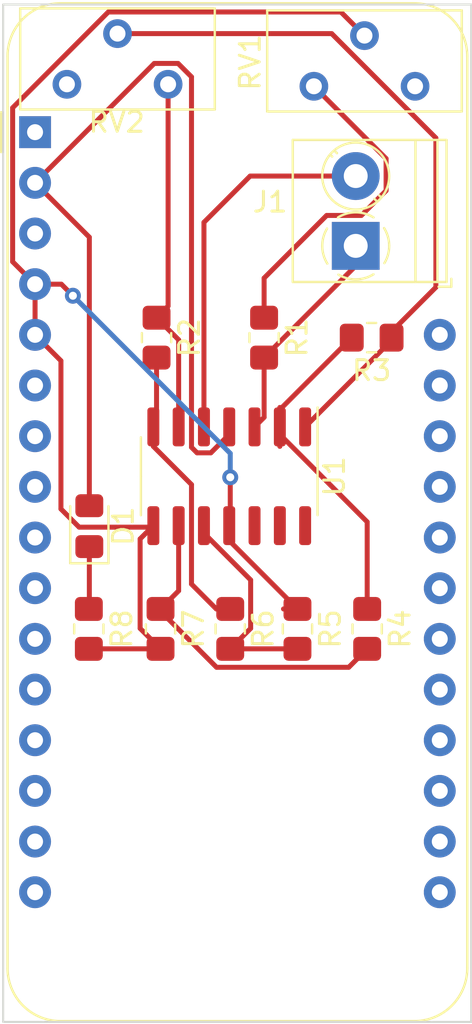
<source format=kicad_pcb>
(kicad_pcb (version 20171130) (host pcbnew 5.1.7-a382d34a8~88~ubuntu18.04.1)

  (general
    (thickness 1.6)
    (drawings 4)
    (tracks 90)
    (zones 0)
    (modules 14)
    (nets 40)
  )

  (page A4)
  (layers
    (0 F.Cu signal)
    (31 B.Cu signal)
    (32 B.Adhes user)
    (33 F.Adhes user)
    (34 B.Paste user)
    (35 F.Paste user)
    (36 B.SilkS user)
    (37 F.SilkS user)
    (38 B.Mask user)
    (39 F.Mask user)
    (40 Dwgs.User user)
    (41 Cmts.User user)
    (42 Eco1.User user)
    (43 Eco2.User user)
    (44 Edge.Cuts user)
    (45 Margin user)
    (46 B.CrtYd user)
    (47 F.CrtYd user)
    (48 B.Fab user hide)
    (49 F.Fab user hide)
  )

  (setup
    (last_trace_width 0.25)
    (trace_clearance 0.2)
    (zone_clearance 0.508)
    (zone_45_only no)
    (trace_min 0.2)
    (via_size 0.8)
    (via_drill 0.4)
    (via_min_size 0.4)
    (via_min_drill 0.3)
    (uvia_size 0.3)
    (uvia_drill 0.1)
    (uvias_allowed no)
    (uvia_min_size 0.2)
    (uvia_min_drill 0.1)
    (edge_width 0.05)
    (segment_width 0.2)
    (pcb_text_width 0.3)
    (pcb_text_size 1.5 1.5)
    (mod_edge_width 0.12)
    (mod_text_size 1 1)
    (mod_text_width 0.15)
    (pad_size 1.524 1.524)
    (pad_drill 0.762)
    (pad_to_mask_clearance 0)
    (aux_axis_origin 0 0)
    (visible_elements FFFFFF7F)
    (pcbplotparams
      (layerselection 0x010fc_ffffffff)
      (usegerberextensions true)
      (usegerberattributes true)
      (usegerberadvancedattributes true)
      (creategerberjobfile true)
      (excludeedgelayer true)
      (linewidth 0.100000)
      (plotframeref false)
      (viasonmask false)
      (mode 1)
      (useauxorigin false)
      (hpglpennumber 1)
      (hpglpenspeed 20)
      (hpglpendiameter 15.000000)
      (psnegative false)
      (psa4output false)
      (plotreference true)
      (plotvalue true)
      (plotinvisibletext false)
      (padsonsilk false)
      (subtractmaskfromsilk false)
      (outputformat 1)
      (mirror false)
      (drillshape 0)
      (scaleselection 1)
      (outputdirectory "gerber/"))
  )

  (net 0 "")
  (net 1 "Net-(A1-Pad17)")
  (net 2 "Net-(A1-Pad18)")
  (net 3 "Net-(A1-Pad19)")
  (net 4 "Net-(A1-Pad20)")
  (net 5 "Net-(A1-Pad21)")
  (net 6 "Net-(A1-Pad22)")
  (net 7 "Net-(A1-Pad23)")
  (net 8 "Net-(A1-Pad24)")
  (net 9 "Net-(A1-Pad25)")
  (net 10 "Net-(A1-Pad26)")
  (net 11 "Net-(A1-Pad27)")
  (net 12 "Net-(A1-Pad28)")
  (net 13 "Net-(A1-Pad1)")
  (net 14 Vfeather)
  (net 15 "Net-(A1-Pad3)")
  (net 16 "Net-(A1-Pad7)")
  (net 17 "Net-(A1-Pad8)")
  (net 18 "Net-(A1-Pad9)")
  (net 19 "Net-(A1-Pad10)")
  (net 20 "Net-(A1-Pad11)")
  (net 21 "Net-(A1-Pad12)")
  (net 22 "Net-(A1-Pad13)")
  (net 23 "Net-(A1-Pad14)")
  (net 24 "Net-(A1-Pad15)")
  (net 25 "Net-(A1-Pad16)")
  (net 26 "Net-(J1-Pad2)")
  (net 27 "Net-(J1-Pad1)")
  (net 28 "Net-(R1-Pad1)")
  (net 29 "Net-(R2-Pad2)")
  (net 30 "Net-(R2-Pad1)")
  (net 31 "Net-(R3-Pad2)")
  (net 32 "Net-(R3-Pad1)")
  (net 33 "Net-(R4-Pad2)")
  (net 34 "Net-(R5-Pad2)")
  (net 35 "Net-(RV1-Pad3)")
  (net 36 "Net-(RV2-Pad1)")
  (net 37 "Net-(A1-Pad6)")
  (net 38 AnalogIn)
  (net 39 "Net-(D1-Pad1)")

  (net_class Default "This is the default net class."
    (clearance 0.2)
    (trace_width 0.25)
    (via_dia 0.8)
    (via_drill 0.4)
    (uvia_dia 0.3)
    (uvia_drill 0.1)
    (add_net AnalogIn)
    (add_net "Net-(A1-Pad1)")
    (add_net "Net-(A1-Pad10)")
    (add_net "Net-(A1-Pad11)")
    (add_net "Net-(A1-Pad12)")
    (add_net "Net-(A1-Pad13)")
    (add_net "Net-(A1-Pad14)")
    (add_net "Net-(A1-Pad15)")
    (add_net "Net-(A1-Pad16)")
    (add_net "Net-(A1-Pad17)")
    (add_net "Net-(A1-Pad18)")
    (add_net "Net-(A1-Pad19)")
    (add_net "Net-(A1-Pad20)")
    (add_net "Net-(A1-Pad21)")
    (add_net "Net-(A1-Pad22)")
    (add_net "Net-(A1-Pad23)")
    (add_net "Net-(A1-Pad24)")
    (add_net "Net-(A1-Pad25)")
    (add_net "Net-(A1-Pad26)")
    (add_net "Net-(A1-Pad27)")
    (add_net "Net-(A1-Pad28)")
    (add_net "Net-(A1-Pad3)")
    (add_net "Net-(A1-Pad6)")
    (add_net "Net-(A1-Pad7)")
    (add_net "Net-(A1-Pad8)")
    (add_net "Net-(A1-Pad9)")
    (add_net "Net-(D1-Pad1)")
    (add_net "Net-(J1-Pad1)")
    (add_net "Net-(J1-Pad2)")
    (add_net "Net-(R1-Pad1)")
    (add_net "Net-(R2-Pad1)")
    (add_net "Net-(R2-Pad2)")
    (add_net "Net-(R3-Pad1)")
    (add_net "Net-(R3-Pad2)")
    (add_net "Net-(R4-Pad2)")
    (add_net "Net-(R5-Pad2)")
    (add_net "Net-(RV1-Pad3)")
    (add_net "Net-(RV2-Pad1)")
    (add_net Vfeather)
  )

  (module Module:Adafruit_Feather (layer F.Cu) (tedit 5F71FFF3) (tstamp 5FCFD1C8)
    (at 69.6 58.9)
    (descr "Common footprint for the Adafruit Feather series of boards, https://learn.adafruit.com/adafruit-feather/feather-specification")
    (tags "Adafruit Feather")
    (path /5FCCECAA)
    (fp_text reference A1 (at 10.16 -7.62) (layer F.SilkS) hide
      (effects (font (size 1 1) (thickness 0.15)))
    )
    (fp_text value Adafruit_Feather_HUZZAH32_ESP32 (at 10.16 45.72 180) (layer F.Fab)
      (effects (font (size 1 1) (thickness 0.15)))
    )
    (fp_line (start 19.05 -6.6) (end 1.27 -6.6) (layer F.CrtYd) (width 0.05))
    (fp_line (start 21.59 41.91) (end 21.59 -3.81) (layer F.Fab) (width 0.1))
    (fp_line (start 1.27 44.45) (end 19.05 44.45) (layer F.Fab) (width 0.1))
    (fp_line (start -1.27 -3.81) (end -1.27 41.91) (layer F.Fab) (width 0.1))
    (fp_line (start 19.05 -6.35) (end 1.27 -6.35) (layer F.Fab) (width 0.1))
    (fp_line (start -1.38 -3.81) (end -1.38 41.91) (layer F.SilkS) (width 0.12))
    (fp_line (start 21.7 -3.81) (end 21.7 41.91) (layer F.SilkS) (width 0.12))
    (fp_line (start 19.05 44.56) (end 1.27 44.56) (layer F.SilkS) (width 0.12))
    (fp_line (start 19.05 -6.46) (end 1.27 -6.46) (layer F.SilkS) (width 0.12))
    (fp_line (start -1.52 41.91) (end -1.52 -3.81) (layer F.CrtYd) (width 0.05))
    (fp_line (start 19.05 44.7) (end 1.27 44.7) (layer F.CrtYd) (width 0.05))
    (fp_line (start 21.84 41.91) (end 21.84 -3.81) (layer F.CrtYd) (width 0.05))
    (fp_line (start -1.7 1) (end -1.7 -1) (layer F.SilkS) (width 0.12))
    (fp_line (start -1.27 -0.889) (end -0.381 0) (layer F.Fab) (width 0.1))
    (fp_line (start -0.381 0) (end -1.27 0.889) (layer F.Fab) (width 0.1))
    (fp_text user %R (at 10.16 19.05 180) (layer F.Fab)
      (effects (font (size 1 1) (thickness 0.15)))
    )
    (fp_arc (start 19.05 41.91) (end 19.05 44.7) (angle -90) (layer F.CrtYd) (width 0.05))
    (fp_arc (start 1.27 41.91) (end -1.52 41.91) (angle -90) (layer F.CrtYd) (width 0.05))
    (fp_arc (start 19.05 -3.81) (end 21.7 -3.81) (angle -90) (layer F.SilkS) (width 0.12))
    (fp_arc (start 1.27 -3.81) (end 1.27 -6.46) (angle -90) (layer F.SilkS) (width 0.12))
    (fp_arc (start 19.05 41.91) (end 19.05 44.56) (angle -90) (layer F.SilkS) (width 0.12))
    (fp_arc (start 1.27 41.91) (end -1.38 41.91) (angle -90) (layer F.SilkS) (width 0.12))
    (fp_arc (start 19.05 -3.81) (end 19.05 -6.35) (angle 90) (layer F.Fab) (width 0.1))
    (fp_arc (start 1.27 -3.81) (end -1.27 -3.81) (angle 90) (layer F.Fab) (width 0.1))
    (fp_arc (start 1.27 41.91) (end -1.27 41.91) (angle -88.9) (layer F.Fab) (width 0.1))
    (fp_arc (start 19.05 41.91) (end 21.59 41.91) (angle 90) (layer F.Fab) (width 0.1))
    (fp_arc (start 1.27 -3.81) (end 1.27 -6.6) (angle -90) (layer F.CrtYd) (width 0.05))
    (fp_arc (start 19.05 -3.81) (end 21.84 -3.81) (angle -90) (layer F.CrtYd) (width 0.05))
    (pad 17 thru_hole circle (at 20.32 38.1 180) (size 1.6 1.6) (drill 0.8) (layers *.Cu *.Mask)
      (net 1 "Net-(A1-Pad17)"))
    (pad 18 thru_hole circle (at 20.32 35.56 180) (size 1.6 1.6) (drill 0.8) (layers *.Cu *.Mask)
      (net 2 "Net-(A1-Pad18)"))
    (pad 19 thru_hole circle (at 20.32 33.02 180) (size 1.6 1.6) (drill 0.8) (layers *.Cu *.Mask)
      (net 3 "Net-(A1-Pad19)"))
    (pad 20 thru_hole circle (at 20.32 30.48 180) (size 1.6 1.6) (drill 0.8) (layers *.Cu *.Mask)
      (net 4 "Net-(A1-Pad20)"))
    (pad 21 thru_hole circle (at 20.32 27.94 180) (size 1.6 1.6) (drill 0.8) (layers *.Cu *.Mask)
      (net 5 "Net-(A1-Pad21)"))
    (pad 22 thru_hole circle (at 20.32 25.4 180) (size 1.6 1.6) (drill 0.8) (layers *.Cu *.Mask)
      (net 6 "Net-(A1-Pad22)"))
    (pad 23 thru_hole circle (at 20.32 22.86 180) (size 1.6 1.6) (drill 0.8) (layers *.Cu *.Mask)
      (net 7 "Net-(A1-Pad23)"))
    (pad 24 thru_hole circle (at 20.32 20.32 180) (size 1.6 1.6) (drill 0.8) (layers *.Cu *.Mask)
      (net 8 "Net-(A1-Pad24)"))
    (pad 25 thru_hole circle (at 20.32 17.78 180) (size 1.6 1.6) (drill 0.8) (layers *.Cu *.Mask)
      (net 9 "Net-(A1-Pad25)"))
    (pad 26 thru_hole circle (at 20.32 15.24 180) (size 1.6 1.6) (drill 0.8) (layers *.Cu *.Mask)
      (net 10 "Net-(A1-Pad26)"))
    (pad 27 thru_hole circle (at 20.32 12.7 180) (size 1.6 1.6) (drill 0.8) (layers *.Cu *.Mask)
      (net 11 "Net-(A1-Pad27)"))
    (pad 28 thru_hole circle (at 20.32 10.16 180) (size 1.6 1.6) (drill 0.8) (layers *.Cu *.Mask)
      (net 12 "Net-(A1-Pad28)"))
    (pad 1 thru_hole rect (at 0 0 180) (size 1.6 1.6) (drill 0.8) (layers *.Cu *.Mask)
      (net 13 "Net-(A1-Pad1)"))
    (pad 2 thru_hole circle (at 0 2.54 180) (size 1.6 1.6) (drill 0.8) (layers *.Cu *.Mask)
      (net 14 Vfeather))
    (pad 3 thru_hole circle (at 0 5.08 180) (size 1.6 1.6) (drill 0.8) (layers *.Cu *.Mask)
      (net 15 "Net-(A1-Pad3)"))
    (pad 4 thru_hole circle (at 0 7.62 180) (size 1.6 1.6) (drill 0.8) (layers *.Cu *.Mask)
      (net 38 AnalogIn))
    (pad 5 thru_hole circle (at 0 10.16 180) (size 1.6 1.6) (drill 0.8) (layers *.Cu *.Mask)
      (net 38 AnalogIn))
    (pad 6 thru_hole circle (at 0 12.7 180) (size 1.6 1.6) (drill 0.8) (layers *.Cu *.Mask)
      (net 37 "Net-(A1-Pad6)"))
    (pad 7 thru_hole circle (at 0 15.24 180) (size 1.6 1.6) (drill 0.8) (layers *.Cu *.Mask)
      (net 16 "Net-(A1-Pad7)"))
    (pad 8 thru_hole circle (at 0 17.78 180) (size 1.6 1.6) (drill 0.8) (layers *.Cu *.Mask)
      (net 17 "Net-(A1-Pad8)"))
    (pad 9 thru_hole circle (at 0 20.32 180) (size 1.6 1.6) (drill 0.8) (layers *.Cu *.Mask)
      (net 18 "Net-(A1-Pad9)"))
    (pad 10 thru_hole circle (at 0 22.86 180) (size 1.6 1.6) (drill 0.8) (layers *.Cu *.Mask)
      (net 19 "Net-(A1-Pad10)"))
    (pad 11 thru_hole circle (at 0 25.4 180) (size 1.6 1.6) (drill 0.8) (layers *.Cu *.Mask)
      (net 20 "Net-(A1-Pad11)"))
    (pad 12 thru_hole circle (at 0 27.94 180) (size 1.6 1.6) (drill 0.8) (layers *.Cu *.Mask)
      (net 21 "Net-(A1-Pad12)"))
    (pad 13 thru_hole circle (at 0 30.48 180) (size 1.6 1.6) (drill 0.8) (layers *.Cu *.Mask)
      (net 22 "Net-(A1-Pad13)"))
    (pad 14 thru_hole circle (at 0 33.02 180) (size 1.6 1.6) (drill 0.8) (layers *.Cu *.Mask)
      (net 23 "Net-(A1-Pad14)"))
    (pad 15 thru_hole circle (at 0 35.56 180) (size 1.6 1.6) (drill 0.8) (layers *.Cu *.Mask)
      (net 24 "Net-(A1-Pad15)"))
    (pad 16 thru_hole circle (at 0 38.1 180) (size 1.6 1.6) (drill 0.8) (layers *.Cu *.Mask)
      (net 25 "Net-(A1-Pad16)"))
    (model ${KISYS3DMOD}/Module.3dshapes/Adafruit_Feather.wrl
      (at (xyz 0 0 0))
      (scale (xyz 1 1 1))
      (rotate (xyz 0 0 0))
    )
  )

  (module Resistor_SMD:R_0805_2012Metric_Pad1.20x1.40mm_HandSolder (layer F.Cu) (tedit 5F68FEEE) (tstamp 5FCFA4A1)
    (at 72.3 83.8 90)
    (descr "Resistor SMD 0805 (2012 Metric), square (rectangular) end terminal, IPC_7351 nominal with elongated pad for handsoldering. (Body size source: IPC-SM-782 page 72, https://www.pcb-3d.com/wordpress/wp-content/uploads/ipc-sm-782a_amendment_1_and_2.pdf), generated with kicad-footprint-generator")
    (tags "resistor handsolder")
    (path /5FD1634A)
    (attr smd)
    (fp_text reference R8 (at 0 1.655 90) (layer F.SilkS)
      (effects (font (size 1 1) (thickness 0.15)))
    )
    (fp_text value 1k (at 0 1.65 90) (layer F.Fab)
      (effects (font (size 1 1) (thickness 0.15)))
    )
    (fp_line (start -1 0.625) (end -1 -0.625) (layer F.Fab) (width 0.1))
    (fp_line (start -1 -0.625) (end 1 -0.625) (layer F.Fab) (width 0.1))
    (fp_line (start 1 -0.625) (end 1 0.625) (layer F.Fab) (width 0.1))
    (fp_line (start 1 0.625) (end -1 0.625) (layer F.Fab) (width 0.1))
    (fp_line (start -0.227064 -0.735) (end 0.227064 -0.735) (layer F.SilkS) (width 0.12))
    (fp_line (start -0.227064 0.735) (end 0.227064 0.735) (layer F.SilkS) (width 0.12))
    (fp_line (start -1.85 0.95) (end -1.85 -0.95) (layer F.CrtYd) (width 0.05))
    (fp_line (start -1.85 -0.95) (end 1.85 -0.95) (layer F.CrtYd) (width 0.05))
    (fp_line (start 1.85 -0.95) (end 1.85 0.95) (layer F.CrtYd) (width 0.05))
    (fp_line (start 1.85 0.95) (end -1.85 0.95) (layer F.CrtYd) (width 0.05))
    (fp_text user %R (at 0 0 90) (layer F.Fab)
      (effects (font (size 0.5 0.5) (thickness 0.08)))
    )
    (pad 2 smd roundrect (at 1 0 90) (size 1.2 1.4) (layers F.Cu F.Paste F.Mask) (roundrect_rratio 0.2083325)
      (net 39 "Net-(D1-Pad1)"))
    (pad 1 smd roundrect (at -1 0 90) (size 1.2 1.4) (layers F.Cu F.Paste F.Mask) (roundrect_rratio 0.2083325)
      (net 38 AnalogIn))
    (model ${KISYS3DMOD}/Resistor_SMD.3dshapes/R_0805_2012Metric.wrl
      (at (xyz 0 0 0))
      (scale (xyz 1 1 1))
      (rotate (xyz 0 0 0))
    )
  )

  (module LED_SMD:LED_0805_2012Metric_Pad1.15x1.40mm_HandSolder (layer F.Cu) (tedit 5F68FEF1) (tstamp 5FCFA334)
    (at 72.325 78.65 90)
    (descr "LED SMD 0805 (2012 Metric), square (rectangular) end terminal, IPC_7351 nominal, (Body size source: https://docs.google.com/spreadsheets/d/1BsfQQcO9C6DZCsRaXUlFlo91Tg2WpOkGARC1WS5S8t0/edit?usp=sharing), generated with kicad-footprint-generator")
    (tags "LED handsolder")
    (path /5FD1F003)
    (attr smd)
    (fp_text reference D1 (at 0 1.7 90) (layer F.SilkS)
      (effects (font (size 1 1) (thickness 0.15)))
    )
    (fp_text value LED (at 0 1.65 90) (layer F.Fab)
      (effects (font (size 1 1) (thickness 0.15)))
    )
    (fp_line (start 1 -0.6) (end -0.7 -0.6) (layer F.Fab) (width 0.1))
    (fp_line (start -0.7 -0.6) (end -1 -0.3) (layer F.Fab) (width 0.1))
    (fp_line (start -1 -0.3) (end -1 0.6) (layer F.Fab) (width 0.1))
    (fp_line (start -1 0.6) (end 1 0.6) (layer F.Fab) (width 0.1))
    (fp_line (start 1 0.6) (end 1 -0.6) (layer F.Fab) (width 0.1))
    (fp_line (start 1 -0.96) (end -1.86 -0.96) (layer F.SilkS) (width 0.12))
    (fp_line (start -1.86 -0.96) (end -1.86 0.96) (layer F.SilkS) (width 0.12))
    (fp_line (start -1.86 0.96) (end 1 0.96) (layer F.SilkS) (width 0.12))
    (fp_line (start -1.85 0.95) (end -1.85 -0.95) (layer F.CrtYd) (width 0.05))
    (fp_line (start -1.85 -0.95) (end 1.85 -0.95) (layer F.CrtYd) (width 0.05))
    (fp_line (start 1.85 -0.95) (end 1.85 0.95) (layer F.CrtYd) (width 0.05))
    (fp_line (start 1.85 0.95) (end -1.85 0.95) (layer F.CrtYd) (width 0.05))
    (fp_text user %R (at 0 0 90) (layer F.Fab)
      (effects (font (size 0.5 0.5) (thickness 0.08)))
    )
    (pad 2 smd roundrect (at 1.025 0 90) (size 1.15 1.4) (layers F.Cu F.Paste F.Mask) (roundrect_rratio 0.2173904347826087)
      (net 14 Vfeather))
    (pad 1 smd roundrect (at -1.025 0 90) (size 1.15 1.4) (layers F.Cu F.Paste F.Mask) (roundrect_rratio 0.2173904347826087)
      (net 39 "Net-(D1-Pad1)"))
    (model ${KISYS3DMOD}/LED_SMD.3dshapes/LED_0805_2012Metric.wrl
      (at (xyz 0 0 0))
      (scale (xyz 1 1 1))
      (rotate (xyz 0 0 0))
    )
  )

  (module Package_SO:SOIC-14_3.9x8.7mm_P1.27mm (layer F.Cu) (tedit 5D9F72B1) (tstamp 5FCE1BA1)
    (at 79.35 76.15 270)
    (descr "SOIC, 14 Pin (JEDEC MS-012AB, https://www.analog.com/media/en/package-pcb-resources/package/pkg_pdf/soic_narrow-r/r_14.pdf), generated with kicad-footprint-generator ipc_gullwing_generator.py")
    (tags "SOIC SO")
    (path /5FCD112D)
    (attr smd)
    (fp_text reference U1 (at 0 -5.28 90) (layer F.SilkS)
      (effects (font (size 1 1) (thickness 0.15)))
    )
    (fp_text value LM324 (at 0 5.28 90) (layer F.Fab)
      (effects (font (size 1 1) (thickness 0.15)))
    )
    (fp_line (start 0 4.435) (end 1.95 4.435) (layer F.SilkS) (width 0.12))
    (fp_line (start 0 4.435) (end -1.95 4.435) (layer F.SilkS) (width 0.12))
    (fp_line (start 0 -4.435) (end 1.95 -4.435) (layer F.SilkS) (width 0.12))
    (fp_line (start 0 -4.435) (end -3.45 -4.435) (layer F.SilkS) (width 0.12))
    (fp_line (start -0.975 -4.325) (end 1.95 -4.325) (layer F.Fab) (width 0.1))
    (fp_line (start 1.95 -4.325) (end 1.95 4.325) (layer F.Fab) (width 0.1))
    (fp_line (start 1.95 4.325) (end -1.95 4.325) (layer F.Fab) (width 0.1))
    (fp_line (start -1.95 4.325) (end -1.95 -3.35) (layer F.Fab) (width 0.1))
    (fp_line (start -1.95 -3.35) (end -0.975 -4.325) (layer F.Fab) (width 0.1))
    (fp_line (start -3.7 -4.58) (end -3.7 4.58) (layer F.CrtYd) (width 0.05))
    (fp_line (start -3.7 4.58) (end 3.7 4.58) (layer F.CrtYd) (width 0.05))
    (fp_line (start 3.7 4.58) (end 3.7 -4.58) (layer F.CrtYd) (width 0.05))
    (fp_line (start 3.7 -4.58) (end -3.7 -4.58) (layer F.CrtYd) (width 0.05))
    (fp_text user %R (at 0 0 90) (layer F.Fab)
      (effects (font (size 0.98 0.98) (thickness 0.15)))
    )
    (pad 14 smd roundrect (at 2.475 -3.81 270) (size 1.95 0.6) (layers F.Cu F.Paste F.Mask) (roundrect_rratio 0.25))
    (pad 13 smd roundrect (at 2.475 -2.54 270) (size 1.95 0.6) (layers F.Cu F.Paste F.Mask) (roundrect_rratio 0.25))
    (pad 12 smd roundrect (at 2.475 -1.27 270) (size 1.95 0.6) (layers F.Cu F.Paste F.Mask) (roundrect_rratio 0.25))
    (pad 11 smd roundrect (at 2.475 0 270) (size 1.95 0.6) (layers F.Cu F.Paste F.Mask) (roundrect_rratio 0.25)
      (net 38 AnalogIn))
    (pad 10 smd roundrect (at 2.475 1.27 270) (size 1.95 0.6) (layers F.Cu F.Paste F.Mask) (roundrect_rratio 0.25)
      (net 34 "Net-(R5-Pad2)"))
    (pad 9 smd roundrect (at 2.475 2.54 270) (size 1.95 0.6) (layers F.Cu F.Paste F.Mask) (roundrect_rratio 0.25)
      (net 33 "Net-(R4-Pad2)"))
    (pad 8 smd roundrect (at 2.475 3.81 270) (size 1.95 0.6) (layers F.Cu F.Paste F.Mask) (roundrect_rratio 0.25)
      (net 38 AnalogIn))
    (pad 7 smd roundrect (at -2.475 3.81 270) (size 1.95 0.6) (layers F.Cu F.Paste F.Mask) (roundrect_rratio 0.25)
      (net 29 "Net-(R2-Pad2)"))
    (pad 6 smd roundrect (at -2.475 2.54 270) (size 1.95 0.6) (layers F.Cu F.Paste F.Mask) (roundrect_rratio 0.25)
      (net 30 "Net-(R2-Pad1)"))
    (pad 5 smd roundrect (at -2.475 1.27 270) (size 1.95 0.6) (layers F.Cu F.Paste F.Mask) (roundrect_rratio 0.25)
      (net 26 "Net-(J1-Pad2)"))
    (pad 4 smd roundrect (at -2.475 0 270) (size 1.95 0.6) (layers F.Cu F.Paste F.Mask) (roundrect_rratio 0.25)
      (net 14 Vfeather))
    (pad 3 smd roundrect (at -2.475 -1.27 270) (size 1.95 0.6) (layers F.Cu F.Paste F.Mask) (roundrect_rratio 0.25)
      (net 27 "Net-(J1-Pad1)"))
    (pad 2 smd roundrect (at -2.475 -2.54 270) (size 1.95 0.6) (layers F.Cu F.Paste F.Mask) (roundrect_rratio 0.25)
      (net 31 "Net-(R3-Pad2)"))
    (pad 1 smd roundrect (at -2.475 -3.81 270) (size 1.95 0.6) (layers F.Cu F.Paste F.Mask) (roundrect_rratio 0.25)
      (net 32 "Net-(R3-Pad1)"))
    (model ${KISYS3DMOD}/Package_SO.3dshapes/SOIC-14_3.9x8.7mm_P1.27mm.wrl
      (at (xyz 0 0 0))
      (scale (xyz 1 1 1))
      (rotate (xyz 0 0 0))
    )
  )

  (module Potentiometer_THT:Potentiometer_Bourns_3386X_Horizontal (layer F.Cu) (tedit 5AA07388) (tstamp 5FCE1B69)
    (at 71.2 56.5 90)
    (descr "Potentiometer, horizontal, Bourns 3386X, https://www.bourns.com/pdfs/3386.pdf")
    (tags "Potentiometer horizontal Bourns 3386X")
    (path /5FD34967)
    (fp_text reference RV2 (at -1.9 2.5 180) (layer F.SilkS)
      (effects (font (size 1 1) (thickness 0.15)))
    )
    (fp_text value 100k (at 0 8.555 90) (layer F.Fab)
      (effects (font (size 1 1) (thickness 0.15)))
    )
    (fp_line (start 3.685 -2.225) (end 3.685 7.305) (layer F.Fab) (width 0.1))
    (fp_line (start 3.685 7.305) (end -1.145 7.305) (layer F.Fab) (width 0.1))
    (fp_line (start -1.145 7.305) (end -1.145 -2.225) (layer F.Fab) (width 0.1))
    (fp_line (start -1.145 -2.225) (end 3.685 -2.225) (layer F.Fab) (width 0.1))
    (fp_line (start -1.265 -2.345) (end 3.805 -2.345) (layer F.SilkS) (width 0.12))
    (fp_line (start -1.265 7.425) (end 3.805 7.425) (layer F.SilkS) (width 0.12))
    (fp_line (start 3.805 -2.345) (end 3.805 7.425) (layer F.SilkS) (width 0.12))
    (fp_line (start -1.265 -2.345) (end -1.265 7.425) (layer F.SilkS) (width 0.12))
    (fp_line (start -1.4 -2.48) (end -1.4 7.56) (layer F.CrtYd) (width 0.05))
    (fp_line (start -1.4 7.56) (end 3.94 7.56) (layer F.CrtYd) (width 0.05))
    (fp_line (start 3.94 7.56) (end 3.94 -2.48) (layer F.CrtYd) (width 0.05))
    (fp_line (start 3.94 -2.48) (end -1.4 -2.48) (layer F.CrtYd) (width 0.05))
    (fp_text user %R (at 1.27 2.54 90) (layer F.Fab)
      (effects (font (size 1 1) (thickness 0.15)))
    )
    (pad 1 thru_hole circle (at 0 0 90) (size 1.44 1.44) (drill 0.8) (layers *.Cu *.Mask)
      (net 36 "Net-(RV2-Pad1)"))
    (pad 2 thru_hole circle (at 2.54 2.54 90) (size 1.44 1.44) (drill 0.8) (layers *.Cu *.Mask)
      (net 32 "Net-(R3-Pad1)"))
    (pad 3 thru_hole circle (at 0 5.08 90) (size 1.44 1.44) (drill 0.8) (layers *.Cu *.Mask)
      (net 30 "Net-(R2-Pad1)"))
    (model ${KISYS3DMOD}/Potentiometer_THT.3dshapes/Potentiometer_Bourns_3386X_Horizontal.wrl
      (at (xyz 0 0 0))
      (scale (xyz 1 1 1))
      (rotate (xyz 0 0 0))
    )
  )

  (module Potentiometer_THT:Potentiometer_Bourns_3386X_Horizontal (layer F.Cu) (tedit 5AA07388) (tstamp 5FCE26A5)
    (at 83.6 56.6 90)
    (descr "Potentiometer, horizontal, Bourns 3386X, https://www.bourns.com/pdfs/3386.pdf")
    (tags "Potentiometer horizontal Bourns 3386X")
    (path /5FD31500)
    (fp_text reference RV1 (at 1.2 -3.2 270) (layer F.SilkS)
      (effects (font (size 1 1) (thickness 0.15)))
    )
    (fp_text value 1M (at 0 8.555 90) (layer F.Fab)
      (effects (font (size 1 1) (thickness 0.15)))
    )
    (fp_line (start 3.685 -2.225) (end 3.685 7.305) (layer F.Fab) (width 0.1))
    (fp_line (start 3.685 7.305) (end -1.145 7.305) (layer F.Fab) (width 0.1))
    (fp_line (start -1.145 7.305) (end -1.145 -2.225) (layer F.Fab) (width 0.1))
    (fp_line (start -1.145 -2.225) (end 3.685 -2.225) (layer F.Fab) (width 0.1))
    (fp_line (start -1.265 -2.345) (end 3.805 -2.345) (layer F.SilkS) (width 0.12))
    (fp_line (start -1.265 7.425) (end 3.805 7.425) (layer F.SilkS) (width 0.12))
    (fp_line (start 3.805 -2.345) (end 3.805 7.425) (layer F.SilkS) (width 0.12))
    (fp_line (start -1.265 -2.345) (end -1.265 7.425) (layer F.SilkS) (width 0.12))
    (fp_line (start -1.4 -2.48) (end -1.4 7.56) (layer F.CrtYd) (width 0.05))
    (fp_line (start -1.4 7.56) (end 3.94 7.56) (layer F.CrtYd) (width 0.05))
    (fp_line (start 3.94 7.56) (end 3.94 -2.48) (layer F.CrtYd) (width 0.05))
    (fp_line (start 3.94 -2.48) (end -1.4 -2.48) (layer F.CrtYd) (width 0.05))
    (fp_text user %R (at 1.27 2.54 90) (layer F.Fab)
      (effects (font (size 1 1) (thickness 0.15)))
    )
    (pad 1 thru_hole circle (at 0 0 90) (size 1.44 1.44) (drill 0.8) (layers *.Cu *.Mask)
      (net 28 "Net-(R1-Pad1)"))
    (pad 2 thru_hole circle (at 2.54 2.54 90) (size 1.44 1.44) (drill 0.8) (layers *.Cu *.Mask)
      (net 38 AnalogIn))
    (pad 3 thru_hole circle (at 0 5.08 90) (size 1.44 1.44) (drill 0.8) (layers *.Cu *.Mask)
      (net 35 "Net-(RV1-Pad3)"))
    (model ${KISYS3DMOD}/Potentiometer_THT.3dshapes/Potentiometer_Bourns_3386X_Horizontal.wrl
      (at (xyz 0 0 0))
      (scale (xyz 1 1 1))
      (rotate (xyz 0 0 0))
    )
  )

  (module Resistor_SMD:R_0805_2012Metric_Pad1.20x1.40mm_HandSolder (layer F.Cu) (tedit 5F68FEEE) (tstamp 5FCFD10A)
    (at 75.9 83.8 270)
    (descr "Resistor SMD 0805 (2012 Metric), square (rectangular) end terminal, IPC_7351 nominal with elongated pad for handsoldering. (Body size source: IPC-SM-782 page 72, https://www.pcb-3d.com/wordpress/wp-content/uploads/ipc-sm-782a_amendment_1_and_2.pdf), generated with kicad-footprint-generator")
    (tags "resistor handsolder")
    (path /5FCB70EE)
    (attr smd)
    (fp_text reference R7 (at 0 -1.65 90) (layer F.SilkS)
      (effects (font (size 1 1) (thickness 0.15)))
    )
    (fp_text value 100k (at 0 1.65 90) (layer F.Fab)
      (effects (font (size 1 1) (thickness 0.15)))
    )
    (fp_line (start -1 0.625) (end -1 -0.625) (layer F.Fab) (width 0.1))
    (fp_line (start -1 -0.625) (end 1 -0.625) (layer F.Fab) (width 0.1))
    (fp_line (start 1 -0.625) (end 1 0.625) (layer F.Fab) (width 0.1))
    (fp_line (start 1 0.625) (end -1 0.625) (layer F.Fab) (width 0.1))
    (fp_line (start -0.227064 -0.735) (end 0.227064 -0.735) (layer F.SilkS) (width 0.12))
    (fp_line (start -0.227064 0.735) (end 0.227064 0.735) (layer F.SilkS) (width 0.12))
    (fp_line (start -1.85 0.95) (end -1.85 -0.95) (layer F.CrtYd) (width 0.05))
    (fp_line (start -1.85 -0.95) (end 1.85 -0.95) (layer F.CrtYd) (width 0.05))
    (fp_line (start 1.85 -0.95) (end 1.85 0.95) (layer F.CrtYd) (width 0.05))
    (fp_line (start 1.85 0.95) (end -1.85 0.95) (layer F.CrtYd) (width 0.05))
    (fp_text user %R (at 0 0 90) (layer F.Fab)
      (effects (font (size 0.5 0.5) (thickness 0.08)))
    )
    (pad 2 smd roundrect (at 1 0 270) (size 1.2 1.4) (layers F.Cu F.Paste F.Mask) (roundrect_rratio 0.2083325)
      (net 38 AnalogIn))
    (pad 1 smd roundrect (at -1 0 270) (size 1.2 1.4) (layers F.Cu F.Paste F.Mask) (roundrect_rratio 0.2083325)
      (net 33 "Net-(R4-Pad2)"))
    (model ${KISYS3DMOD}/Resistor_SMD.3dshapes/R_0805_2012Metric.wrl
      (at (xyz 0 0 0))
      (scale (xyz 1 1 1))
      (rotate (xyz 0 0 0))
    )
  )

  (module Resistor_SMD:R_0805_2012Metric_Pad1.20x1.40mm_HandSolder (layer F.Cu) (tedit 5F68FEEE) (tstamp 5FCFD13A)
    (at 79.4 83.8 270)
    (descr "Resistor SMD 0805 (2012 Metric), square (rectangular) end terminal, IPC_7351 nominal with elongated pad for handsoldering. (Body size source: IPC-SM-782 page 72, https://www.pcb-3d.com/wordpress/wp-content/uploads/ipc-sm-782a_amendment_1_and_2.pdf), generated with kicad-footprint-generator")
    (tags "resistor handsolder")
    (path /5FCF0A36)
    (attr smd)
    (fp_text reference R6 (at 0 -1.65 90) (layer F.SilkS)
      (effects (font (size 1 1) (thickness 0.15)))
    )
    (fp_text value 10k (at 0 1.65 90) (layer F.Fab)
      (effects (font (size 1 1) (thickness 0.15)))
    )
    (fp_line (start -1 0.625) (end -1 -0.625) (layer F.Fab) (width 0.1))
    (fp_line (start -1 -0.625) (end 1 -0.625) (layer F.Fab) (width 0.1))
    (fp_line (start 1 -0.625) (end 1 0.625) (layer F.Fab) (width 0.1))
    (fp_line (start 1 0.625) (end -1 0.625) (layer F.Fab) (width 0.1))
    (fp_line (start -0.227064 -0.735) (end 0.227064 -0.735) (layer F.SilkS) (width 0.12))
    (fp_line (start -0.227064 0.735) (end 0.227064 0.735) (layer F.SilkS) (width 0.12))
    (fp_line (start -1.85 0.95) (end -1.85 -0.95) (layer F.CrtYd) (width 0.05))
    (fp_line (start -1.85 -0.95) (end 1.85 -0.95) (layer F.CrtYd) (width 0.05))
    (fp_line (start 1.85 -0.95) (end 1.85 0.95) (layer F.CrtYd) (width 0.05))
    (fp_line (start 1.85 0.95) (end -1.85 0.95) (layer F.CrtYd) (width 0.05))
    (fp_text user %R (at 0 0 90) (layer F.Fab)
      (effects (font (size 0.5 0.5) (thickness 0.08)))
    )
    (pad 2 smd roundrect (at 1 0 270) (size 1.2 1.4) (layers F.Cu F.Paste F.Mask) (roundrect_rratio 0.2083325)
      (net 34 "Net-(R5-Pad2)"))
    (pad 1 smd roundrect (at -1 0 270) (size 1.2 1.4) (layers F.Cu F.Paste F.Mask) (roundrect_rratio 0.2083325)
      (net 29 "Net-(R2-Pad2)"))
    (model ${KISYS3DMOD}/Resistor_SMD.3dshapes/R_0805_2012Metric.wrl
      (at (xyz 0 0 0))
      (scale (xyz 1 1 1))
      (rotate (xyz 0 0 0))
    )
  )

  (module Resistor_SMD:R_0805_2012Metric_Pad1.20x1.40mm_HandSolder (layer F.Cu) (tedit 5F68FEEE) (tstamp 5FCFD16A)
    (at 82.775 83.8 270)
    (descr "Resistor SMD 0805 (2012 Metric), square (rectangular) end terminal, IPC_7351 nominal with elongated pad for handsoldering. (Body size source: IPC-SM-782 page 72, https://www.pcb-3d.com/wordpress/wp-content/uploads/ipc-sm-782a_amendment_1_and_2.pdf), generated with kicad-footprint-generator")
    (tags "resistor handsolder")
    (path /5FCF033D)
    (attr smd)
    (fp_text reference R5 (at 0 -1.65 90) (layer F.SilkS)
      (effects (font (size 1 1) (thickness 0.15)))
    )
    (fp_text value 10k (at 0 1.65 90) (layer F.Fab)
      (effects (font (size 1 1) (thickness 0.15)))
    )
    (fp_line (start -1 0.625) (end -1 -0.625) (layer F.Fab) (width 0.1))
    (fp_line (start -1 -0.625) (end 1 -0.625) (layer F.Fab) (width 0.1))
    (fp_line (start 1 -0.625) (end 1 0.625) (layer F.Fab) (width 0.1))
    (fp_line (start 1 0.625) (end -1 0.625) (layer F.Fab) (width 0.1))
    (fp_line (start -0.227064 -0.735) (end 0.227064 -0.735) (layer F.SilkS) (width 0.12))
    (fp_line (start -0.227064 0.735) (end 0.227064 0.735) (layer F.SilkS) (width 0.12))
    (fp_line (start -1.85 0.95) (end -1.85 -0.95) (layer F.CrtYd) (width 0.05))
    (fp_line (start -1.85 -0.95) (end 1.85 -0.95) (layer F.CrtYd) (width 0.05))
    (fp_line (start 1.85 -0.95) (end 1.85 0.95) (layer F.CrtYd) (width 0.05))
    (fp_line (start 1.85 0.95) (end -1.85 0.95) (layer F.CrtYd) (width 0.05))
    (fp_text user %R (at 0 0 90) (layer F.Fab)
      (effects (font (size 0.5 0.5) (thickness 0.08)))
    )
    (pad 2 smd roundrect (at 1 0 270) (size 1.2 1.4) (layers F.Cu F.Paste F.Mask) (roundrect_rratio 0.2083325)
      (net 34 "Net-(R5-Pad2)"))
    (pad 1 smd roundrect (at -1 0 270) (size 1.2 1.4) (layers F.Cu F.Paste F.Mask) (roundrect_rratio 0.2083325)
      (net 38 AnalogIn))
    (model ${KISYS3DMOD}/Resistor_SMD.3dshapes/R_0805_2012Metric.wrl
      (at (xyz 0 0 0))
      (scale (xyz 1 1 1))
      (rotate (xyz 0 0 0))
    )
  )

  (module Resistor_SMD:R_0805_2012Metric_Pad1.20x1.40mm_HandSolder (layer F.Cu) (tedit 5F68FEEE) (tstamp 5FCFD24E)
    (at 86.275 83.8 270)
    (descr "Resistor SMD 0805 (2012 Metric), square (rectangular) end terminal, IPC_7351 nominal with elongated pad for handsoldering. (Body size source: IPC-SM-782 page 72, https://www.pcb-3d.com/wordpress/wp-content/uploads/ipc-sm-782a_amendment_1_and_2.pdf), generated with kicad-footprint-generator")
    (tags "resistor handsolder")
    (path /5FCE6206)
    (attr smd)
    (fp_text reference R4 (at 0 -1.65 90) (layer F.SilkS)
      (effects (font (size 1 1) (thickness 0.15)))
    )
    (fp_text value 10k (at 0 1.65 90) (layer F.Fab)
      (effects (font (size 1 1) (thickness 0.15)))
    )
    (fp_line (start -1 0.625) (end -1 -0.625) (layer F.Fab) (width 0.1))
    (fp_line (start -1 -0.625) (end 1 -0.625) (layer F.Fab) (width 0.1))
    (fp_line (start 1 -0.625) (end 1 0.625) (layer F.Fab) (width 0.1))
    (fp_line (start 1 0.625) (end -1 0.625) (layer F.Fab) (width 0.1))
    (fp_line (start -0.227064 -0.735) (end 0.227064 -0.735) (layer F.SilkS) (width 0.12))
    (fp_line (start -0.227064 0.735) (end 0.227064 0.735) (layer F.SilkS) (width 0.12))
    (fp_line (start -1.85 0.95) (end -1.85 -0.95) (layer F.CrtYd) (width 0.05))
    (fp_line (start -1.85 -0.95) (end 1.85 -0.95) (layer F.CrtYd) (width 0.05))
    (fp_line (start 1.85 -0.95) (end 1.85 0.95) (layer F.CrtYd) (width 0.05))
    (fp_line (start 1.85 0.95) (end -1.85 0.95) (layer F.CrtYd) (width 0.05))
    (fp_text user %R (at 0 0 90) (layer F.Fab)
      (effects (font (size 0.5 0.5) (thickness 0.08)))
    )
    (pad 2 smd roundrect (at 1 0 270) (size 1.2 1.4) (layers F.Cu F.Paste F.Mask) (roundrect_rratio 0.2083325)
      (net 33 "Net-(R4-Pad2)"))
    (pad 1 smd roundrect (at -1 0 270) (size 1.2 1.4) (layers F.Cu F.Paste F.Mask) (roundrect_rratio 0.2083325)
      (net 31 "Net-(R3-Pad2)"))
    (model ${KISYS3DMOD}/Resistor_SMD.3dshapes/R_0805_2012Metric.wrl
      (at (xyz 0 0 0))
      (scale (xyz 1 1 1))
      (rotate (xyz 0 0 0))
    )
  )

  (module Resistor_SMD:R_0805_2012Metric_Pad1.20x1.40mm_HandSolder (layer F.Cu) (tedit 5F68FEEE) (tstamp 5FCE1AFD)
    (at 86.5 69.2 180)
    (descr "Resistor SMD 0805 (2012 Metric), square (rectangular) end terminal, IPC_7351 nominal with elongated pad for handsoldering. (Body size source: IPC-SM-782 page 72, https://www.pcb-3d.com/wordpress/wp-content/uploads/ipc-sm-782a_amendment_1_and_2.pdf), generated with kicad-footprint-generator")
    (tags "resistor handsolder")
    (path /5FCEE326)
    (attr smd)
    (fp_text reference R3 (at 0 -1.65) (layer F.SilkS)
      (effects (font (size 1 1) (thickness 0.15)))
    )
    (fp_text value 100k (at 0 1.65) (layer F.Fab)
      (effects (font (size 1 1) (thickness 0.15)))
    )
    (fp_line (start 1.85 0.95) (end -1.85 0.95) (layer F.CrtYd) (width 0.05))
    (fp_line (start 1.85 -0.95) (end 1.85 0.95) (layer F.CrtYd) (width 0.05))
    (fp_line (start -1.85 -0.95) (end 1.85 -0.95) (layer F.CrtYd) (width 0.05))
    (fp_line (start -1.85 0.95) (end -1.85 -0.95) (layer F.CrtYd) (width 0.05))
    (fp_line (start -0.227064 0.735) (end 0.227064 0.735) (layer F.SilkS) (width 0.12))
    (fp_line (start -0.227064 -0.735) (end 0.227064 -0.735) (layer F.SilkS) (width 0.12))
    (fp_line (start 1 0.625) (end -1 0.625) (layer F.Fab) (width 0.1))
    (fp_line (start 1 -0.625) (end 1 0.625) (layer F.Fab) (width 0.1))
    (fp_line (start -1 -0.625) (end 1 -0.625) (layer F.Fab) (width 0.1))
    (fp_line (start -1 0.625) (end -1 -0.625) (layer F.Fab) (width 0.1))
    (fp_text user %R (at 0 0) (layer F.Fab)
      (effects (font (size 0.5 0.5) (thickness 0.08)))
    )
    (pad 1 smd roundrect (at -1 0 180) (size 1.2 1.4) (layers F.Cu F.Paste F.Mask) (roundrect_rratio 0.2083325)
      (net 32 "Net-(R3-Pad1)"))
    (pad 2 smd roundrect (at 1 0 180) (size 1.2 1.4) (layers F.Cu F.Paste F.Mask) (roundrect_rratio 0.2083325)
      (net 31 "Net-(R3-Pad2)"))
    (model ${KISYS3DMOD}/Resistor_SMD.3dshapes/R_0805_2012Metric.wrl
      (at (xyz 0 0 0))
      (scale (xyz 1 1 1))
      (rotate (xyz 0 0 0))
    )
  )

  (module Resistor_SMD:R_0805_2012Metric_Pad1.20x1.40mm_HandSolder (layer F.Cu) (tedit 5F68FEEE) (tstamp 5FCE2672)
    (at 75.7 69.2 270)
    (descr "Resistor SMD 0805 (2012 Metric), square (rectangular) end terminal, IPC_7351 nominal with elongated pad for handsoldering. (Body size source: IPC-SM-782 page 72, https://www.pcb-3d.com/wordpress/wp-content/uploads/ipc-sm-782a_amendment_1_and_2.pdf), generated with kicad-footprint-generator")
    (tags "resistor handsolder")
    (path /5FCEDD0E)
    (attr smd)
    (fp_text reference R2 (at 0 -1.65 90) (layer F.SilkS)
      (effects (font (size 1 1) (thickness 0.15)))
    )
    (fp_text value 100k (at 0 1.65 90) (layer F.Fab)
      (effects (font (size 1 1) (thickness 0.15)))
    )
    (fp_line (start -1 0.625) (end -1 -0.625) (layer F.Fab) (width 0.1))
    (fp_line (start -1 -0.625) (end 1 -0.625) (layer F.Fab) (width 0.1))
    (fp_line (start 1 -0.625) (end 1 0.625) (layer F.Fab) (width 0.1))
    (fp_line (start 1 0.625) (end -1 0.625) (layer F.Fab) (width 0.1))
    (fp_line (start -0.227064 -0.735) (end 0.227064 -0.735) (layer F.SilkS) (width 0.12))
    (fp_line (start -0.227064 0.735) (end 0.227064 0.735) (layer F.SilkS) (width 0.12))
    (fp_line (start -1.85 0.95) (end -1.85 -0.95) (layer F.CrtYd) (width 0.05))
    (fp_line (start -1.85 -0.95) (end 1.85 -0.95) (layer F.CrtYd) (width 0.05))
    (fp_line (start 1.85 -0.95) (end 1.85 0.95) (layer F.CrtYd) (width 0.05))
    (fp_line (start 1.85 0.95) (end -1.85 0.95) (layer F.CrtYd) (width 0.05))
    (fp_text user %R (at 0 0 90) (layer F.Fab)
      (effects (font (size 0.5 0.5) (thickness 0.08)))
    )
    (pad 2 smd roundrect (at 1 0 270) (size 1.2 1.4) (layers F.Cu F.Paste F.Mask) (roundrect_rratio 0.2083325)
      (net 29 "Net-(R2-Pad2)"))
    (pad 1 smd roundrect (at -1 0 270) (size 1.2 1.4) (layers F.Cu F.Paste F.Mask) (roundrect_rratio 0.2083325)
      (net 30 "Net-(R2-Pad1)"))
    (model ${KISYS3DMOD}/Resistor_SMD.3dshapes/R_0805_2012Metric.wrl
      (at (xyz 0 0 0))
      (scale (xyz 1 1 1))
      (rotate (xyz 0 0 0))
    )
  )

  (module Resistor_SMD:R_0805_2012Metric_Pad1.20x1.40mm_HandSolder (layer F.Cu) (tedit 5F68FEEE) (tstamp 5FCE1ADB)
    (at 81.1 69.2 270)
    (descr "Resistor SMD 0805 (2012 Metric), square (rectangular) end terminal, IPC_7351 nominal with elongated pad for handsoldering. (Body size source: IPC-SM-782 page 72, https://www.pcb-3d.com/wordpress/wp-content/uploads/ipc-sm-782a_amendment_1_and_2.pdf), generated with kicad-footprint-generator")
    (tags "resistor handsolder")
    (path /5FCE5C48)
    (attr smd)
    (fp_text reference R1 (at 0 -1.65 90) (layer F.SilkS)
      (effects (font (size 1 1) (thickness 0.15)))
    )
    (fp_text value 1M (at 0 1.65 90) (layer F.Fab)
      (effects (font (size 1 1) (thickness 0.15)))
    )
    (fp_line (start -1 0.625) (end -1 -0.625) (layer F.Fab) (width 0.1))
    (fp_line (start -1 -0.625) (end 1 -0.625) (layer F.Fab) (width 0.1))
    (fp_line (start 1 -0.625) (end 1 0.625) (layer F.Fab) (width 0.1))
    (fp_line (start 1 0.625) (end -1 0.625) (layer F.Fab) (width 0.1))
    (fp_line (start -0.227064 -0.735) (end 0.227064 -0.735) (layer F.SilkS) (width 0.12))
    (fp_line (start -0.227064 0.735) (end 0.227064 0.735) (layer F.SilkS) (width 0.12))
    (fp_line (start -1.85 0.95) (end -1.85 -0.95) (layer F.CrtYd) (width 0.05))
    (fp_line (start -1.85 -0.95) (end 1.85 -0.95) (layer F.CrtYd) (width 0.05))
    (fp_line (start 1.85 -0.95) (end 1.85 0.95) (layer F.CrtYd) (width 0.05))
    (fp_line (start 1.85 0.95) (end -1.85 0.95) (layer F.CrtYd) (width 0.05))
    (fp_text user %R (at 0 0 90) (layer F.Fab)
      (effects (font (size 0.5 0.5) (thickness 0.08)))
    )
    (pad 2 smd roundrect (at 1 0 270) (size 1.2 1.4) (layers F.Cu F.Paste F.Mask) (roundrect_rratio 0.2083325)
      (net 27 "Net-(J1-Pad1)"))
    (pad 1 smd roundrect (at -1 0 270) (size 1.2 1.4) (layers F.Cu F.Paste F.Mask) (roundrect_rratio 0.2083325)
      (net 28 "Net-(R1-Pad1)"))
    (model ${KISYS3DMOD}/Resistor_SMD.3dshapes/R_0805_2012Metric.wrl
      (at (xyz 0 0 0))
      (scale (xyz 1 1 1))
      (rotate (xyz 0 0 0))
    )
  )

  (module TerminalBlock_Phoenix:TerminalBlock_Phoenix_PT-1,5-2-3.5-H_1x02_P3.50mm_Horizontal (layer F.Cu) (tedit 5B294F3F) (tstamp 5FCE1ACA)
    (at 85.7 64.6 90)
    (descr "Terminal Block Phoenix PT-1,5-2-3.5-H, 2 pins, pitch 3.5mm, size 7x7.6mm^2, drill diamater 1.2mm, pad diameter 2.4mm, see , script-generated using https://github.com/pointhi/kicad-footprint-generator/scripts/TerminalBlock_Phoenix")
    (tags "THT Terminal Block Phoenix PT-1,5-2-3.5-H pitch 3.5mm size 7x7.6mm^2 drill 1.2mm pad 2.4mm")
    (path /5FCDEB91)
    (fp_text reference J1 (at 2.2 -4.3 180) (layer F.SilkS)
      (effects (font (size 1 1) (thickness 0.15)))
    )
    (fp_text value Electrodes (at 1.75 5.56 90) (layer F.Fab)
      (effects (font (size 1 1) (thickness 0.15)))
    )
    (fp_circle (center 0 0) (end 1.5 0) (layer F.Fab) (width 0.1))
    (fp_circle (center 3.5 0) (end 5 0) (layer F.Fab) (width 0.1))
    (fp_circle (center 3.5 0) (end 5.18 0) (layer F.SilkS) (width 0.12))
    (fp_line (start -1.75 -3.1) (end 5.25 -3.1) (layer F.Fab) (width 0.1))
    (fp_line (start 5.25 -3.1) (end 5.25 4.5) (layer F.Fab) (width 0.1))
    (fp_line (start 5.25 4.5) (end -1.35 4.5) (layer F.Fab) (width 0.1))
    (fp_line (start -1.35 4.5) (end -1.75 4.1) (layer F.Fab) (width 0.1))
    (fp_line (start -1.75 4.1) (end -1.75 -3.1) (layer F.Fab) (width 0.1))
    (fp_line (start -1.75 4.1) (end 5.25 4.1) (layer F.Fab) (width 0.1))
    (fp_line (start -1.81 4.1) (end 5.31 4.1) (layer F.SilkS) (width 0.12))
    (fp_line (start -1.75 3) (end 5.25 3) (layer F.Fab) (width 0.1))
    (fp_line (start -1.81 3) (end 5.31 3) (layer F.SilkS) (width 0.12))
    (fp_line (start -1.81 -3.16) (end 5.31 -3.16) (layer F.SilkS) (width 0.12))
    (fp_line (start -1.81 4.56) (end 5.31 4.56) (layer F.SilkS) (width 0.12))
    (fp_line (start -1.81 -3.16) (end -1.81 4.56) (layer F.SilkS) (width 0.12))
    (fp_line (start 5.31 -3.16) (end 5.31 4.56) (layer F.SilkS) (width 0.12))
    (fp_line (start 1.138 -0.955) (end -0.955 1.138) (layer F.Fab) (width 0.1))
    (fp_line (start 0.955 -1.138) (end -1.138 0.955) (layer F.Fab) (width 0.1))
    (fp_line (start 4.638 -0.955) (end 2.546 1.138) (layer F.Fab) (width 0.1))
    (fp_line (start 4.455 -1.138) (end 2.363 0.955) (layer F.Fab) (width 0.1))
    (fp_line (start 4.775 -1.069) (end 4.646 -0.941) (layer F.SilkS) (width 0.12))
    (fp_line (start 2.525 1.181) (end 2.431 1.274) (layer F.SilkS) (width 0.12))
    (fp_line (start 4.57 -1.275) (end 4.476 -1.181) (layer F.SilkS) (width 0.12))
    (fp_line (start 2.355 0.941) (end 2.226 1.069) (layer F.SilkS) (width 0.12))
    (fp_line (start -2.05 4.16) (end -2.05 4.8) (layer F.SilkS) (width 0.12))
    (fp_line (start -2.05 4.8) (end -1.65 4.8) (layer F.SilkS) (width 0.12))
    (fp_line (start -2.25 -3.6) (end -2.25 5) (layer F.CrtYd) (width 0.05))
    (fp_line (start -2.25 5) (end 5.75 5) (layer F.CrtYd) (width 0.05))
    (fp_line (start 5.75 5) (end 5.75 -3.6) (layer F.CrtYd) (width 0.05))
    (fp_line (start 5.75 -3.6) (end -2.25 -3.6) (layer F.CrtYd) (width 0.05))
    (fp_text user %R (at 1.75 2.4 90) (layer F.Fab)
      (effects (font (size 1 1) (thickness 0.15)))
    )
    (fp_arc (start 0 0) (end -0.866 1.44) (angle -32) (layer F.SilkS) (width 0.12))
    (fp_arc (start 0 0) (end -1.44 -0.866) (angle -63) (layer F.SilkS) (width 0.12))
    (fp_arc (start 0 0) (end 0.866 -1.44) (angle -63) (layer F.SilkS) (width 0.12))
    (fp_arc (start 0 0) (end 1.425 0.891) (angle -64) (layer F.SilkS) (width 0.12))
    (fp_arc (start 0 0) (end 0 1.68) (angle -32) (layer F.SilkS) (width 0.12))
    (pad 2 thru_hole circle (at 3.5 0 90) (size 2.4 2.4) (drill 1.2) (layers *.Cu *.Mask)
      (net 26 "Net-(J1-Pad2)"))
    (pad 1 thru_hole rect (at 0 0 90) (size 2.4 2.4) (drill 1.2) (layers *.Cu *.Mask)
      (net 27 "Net-(J1-Pad1)"))
    (model ${KISYS3DMOD}/TerminalBlock_Phoenix.3dshapes/TerminalBlock_Phoenix_PT-1,5-2-3.5-H_1x02_P3.50mm_Horizontal.wrl
      (at (xyz 0 0 0))
      (scale (xyz 1 1 1))
      (rotate (xyz 0 0 0))
    )
  )

  (gr_line (start 91.5 52.5) (end 91.5 103.5) (layer Edge.Cuts) (width 0.1))
  (gr_line (start 68 52.5) (end 91.5 52.5) (layer Edge.Cuts) (width 0.1))
  (gr_line (start 68 103.5) (end 68 52.5) (layer Edge.Cuts) (width 0.1))
  (gr_line (start 91.5 103.5) (end 68 103.5) (layer Edge.Cuts) (width 0.1))

  (segment (start 78.426758 74.97501) (end 79.35 74.051768) (width 0.25) (layer F.Cu) (net 14))
  (segment (start 77.733242 74.97501) (end 78.426758 74.97501) (width 0.25) (layer F.Cu) (net 14))
  (segment (start 77.45499 74.696758) (end 77.733242 74.97501) (width 0.25) (layer F.Cu) (net 14))
  (segment (start 77.45499 56.128388) (end 77.45499 74.696758) (width 0.25) (layer F.Cu) (net 14))
  (segment (start 76.781601 55.454999) (end 77.45499 56.128388) (width 0.25) (layer F.Cu) (net 14))
  (segment (start 79.35 74.051768) (end 79.35 73.675) (width 0.25) (layer F.Cu) (net 14))
  (segment (start 75.585001 55.454999) (end 76.781601 55.454999) (width 0.25) (layer F.Cu) (net 14))
  (segment (start 69.6 61.44) (end 75.585001 55.454999) (width 0.25) (layer F.Cu) (net 14))
  (segment (start 72.325 64.165) (end 69.6 61.44) (width 0.25) (layer F.Cu) (net 14))
  (segment (start 72.325 77.625) (end 72.325 64.165) (width 0.25) (layer F.Cu) (net 14))
  (segment (start 85.7 61.1) (end 80.4 61.1) (width 0.25) (layer F.Cu) (net 26))
  (segment (start 78.08 63.42) (end 78.08 73.675) (width 0.25) (layer F.Cu) (net 26))
  (segment (start 80.4 61.1) (end 78.08 63.42) (width 0.25) (layer F.Cu) (net 26))
  (segment (start 80.62 72.88) (end 80.62 73.675) (width 0.25) (layer F.Cu) (net 27))
  (segment (start 81.1 73.195) (end 80.62 73.675) (width 0.25) (layer F.Cu) (net 27))
  (segment (start 81.1 70.2) (end 81.1 73.195) (width 0.25) (layer F.Cu) (net 27))
  (segment (start 85.7 65.6) (end 81.1 70.2) (width 0.25) (layer F.Cu) (net 27))
  (segment (start 85.7 64.6) (end 85.7 65.6) (width 0.25) (layer F.Cu) (net 27))
  (segment (start 84.239999 63.074999) (end 81.1 66.214998) (width 0.25) (layer F.Cu) (net 28))
  (segment (start 81.1 66.214998) (end 81.1 68.2) (width 0.25) (layer F.Cu) (net 28))
  (segment (start 85.982003 63.074999) (end 84.239999 63.074999) (width 0.25) (layer F.Cu) (net 28))
  (segment (start 87.225001 61.832001) (end 85.982003 63.074999) (width 0.25) (layer F.Cu) (net 28))
  (segment (start 87.225001 60.225001) (end 87.225001 61.832001) (width 0.25) (layer F.Cu) (net 28))
  (segment (start 83.6 56.6) (end 87.225001 60.225001) (width 0.25) (layer F.Cu) (net 28))
  (segment (start 77.45499 76.56499) (end 75.54 74.65) (width 0.25) (layer F.Cu) (net 29))
  (segment (start 77.45499 81.55499) (end 77.45499 76.56499) (width 0.25) (layer F.Cu) (net 29))
  (segment (start 75.54 74.65) (end 75.54 73.675) (width 0.25) (layer F.Cu) (net 29))
  (segment (start 78.7 82.8) (end 77.45499 81.55499) (width 0.25) (layer F.Cu) (net 29))
  (segment (start 79.4 82.8) (end 78.7 82.8) (width 0.25) (layer F.Cu) (net 29))
  (segment (start 75.7 73.515) (end 75.54 73.675) (width 0.25) (layer F.Cu) (net 29))
  (segment (start 75.7 70.2) (end 75.7 73.515) (width 0.25) (layer F.Cu) (net 29))
  (segment (start 76.28 67.62) (end 75.7 68.2) (width 0.25) (layer F.Cu) (net 30))
  (segment (start 76.28 56.5) (end 76.28 67.62) (width 0.25) (layer F.Cu) (net 30))
  (segment (start 76.81 69.31) (end 76.81 73.675) (width 0.25) (layer F.Cu) (net 30))
  (segment (start 75.7 68.2) (end 76.81 69.31) (width 0.25) (layer F.Cu) (net 30))
  (segment (start 81.89 72.7) (end 81.89 73.675) (width 0.25) (layer F.Cu) (net 31))
  (segment (start 81.89 74.65) (end 81.89 73.675) (width 0.25) (layer F.Cu) (net 31))
  (segment (start 86.275 82.8) (end 86.66001 82.41499) (width 0.25) (layer F.Cu) (net 31) (tstamp 5FCFD18B))
  (segment (start 81.89 74.051768) (end 81.89 73.675) (width 0.25) (layer F.Cu) (net 31))
  (segment (start 86.275 78.436768) (end 81.89 74.051768) (width 0.25) (layer F.Cu) (net 31))
  (segment (start 86.275 82.8) (end 86.275 78.436768) (width 0.25) (layer F.Cu) (net 31))
  (segment (start 81.89 72.81) (end 81.89 73.675) (width 0.25) (layer F.Cu) (net 31))
  (segment (start 85.5 69.2) (end 81.89 72.81) (width 0.25) (layer F.Cu) (net 31))
  (segment (start 73.74 53.96) (end 84.493398 53.96) (width 0.25) (layer F.Cu) (net 32))
  (segment (start 87.5 69.2) (end 87.5 68.9) (width 0.25) (layer F.Cu) (net 32))
  (segment (start 89.725001 59.191603) (end 84.493398 53.96) (width 0.25) (layer F.Cu) (net 32))
  (segment (start 89.725001 66.674999) (end 89.725001 59.191603) (width 0.25) (layer F.Cu) (net 32))
  (segment (start 87.5 68.9) (end 89.725001 66.674999) (width 0.25) (layer F.Cu) (net 32))
  (segment (start 87.5 69.335) (end 83.16 73.675) (width 0.25) (layer F.Cu) (net 32))
  (segment (start 87.5 69.2) (end 87.5 69.335) (width 0.25) (layer F.Cu) (net 32))
  (segment (start 76.81 81.89) (end 76.81 78.625) (width 0.25) (layer F.Cu) (net 33))
  (segment (start 75.9 82.8) (end 76.81 81.89) (width 0.25) (layer F.Cu) (net 33))
  (segment (start 75.9 82.91319) (end 75.9 82.8) (width 0.25) (layer F.Cu) (net 33))
  (segment (start 85.34999 85.72501) (end 78.71182 85.72501) (width 0.25) (layer F.Cu) (net 33))
  (segment (start 78.71182 85.72501) (end 75.9 82.91319) (width 0.25) (layer F.Cu) (net 33))
  (segment (start 86.275 84.8) (end 85.34999 85.72501) (width 0.25) (layer F.Cu) (net 33))
  (segment (start 82.775 84.8) (end 79.4 84.8) (width 0.25) (layer F.Cu) (net 34))
  (segment (start 80.42501 81.346778) (end 78.08 79.001768) (width 0.25) (layer F.Cu) (net 34))
  (segment (start 78.08 79.001768) (end 78.08 78.625) (width 0.25) (layer F.Cu) (net 34))
  (segment (start 80.42501 83.77499) (end 80.42501 81.346778) (width 0.25) (layer F.Cu) (net 34))
  (segment (start 79.4 84.8) (end 80.42501 83.77499) (width 0.25) (layer F.Cu) (net 34))
  (segment (start 79.35 78.248232) (end 79.35 78.625) (width 0.25) (layer F.Cu) (net 38))
  (segment (start 82.775 82.8) (end 82.075 82.8) (width 0.25) (layer F.Cu) (net 38) (tstamp 5FCFD0F8))
  (segment (start 79.35 79.375) (end 79.35 78.625) (width 0.25) (layer F.Cu) (net 38))
  (segment (start 82.775 82.8) (end 79.35 79.375) (width 0.25) (layer F.Cu) (net 38))
  (segment (start 72.3 84.8) (end 75.9 84.8) (width 0.25) (layer F.Cu) (net 38))
  (segment (start 74.87499 79.29001) (end 75.54 78.625) (width 0.25) (layer F.Cu) (net 38))
  (segment (start 74.87499 83.77499) (end 74.87499 79.29001) (width 0.25) (layer F.Cu) (net 38))
  (segment (start 75.9 84.8) (end 74.87499 83.77499) (width 0.25) (layer F.Cu) (net 38))
  (segment (start 68.474999 65.394999) (end 69.6 66.52) (width 0.25) (layer F.Cu) (net 38))
  (segment (start 73.278388 52.87501) (end 68.474999 57.678399) (width 0.25) (layer F.Cu) (net 38))
  (segment (start 68.474999 57.678399) (end 68.474999 65.394999) (width 0.25) (layer F.Cu) (net 38))
  (segment (start 84.95501 52.87501) (end 73.278388 52.87501) (width 0.25) (layer F.Cu) (net 38))
  (segment (start 86.14 54.06) (end 84.95501 52.87501) (width 0.25) (layer F.Cu) (net 38))
  (segment (start 69.6 69.06) (end 70.9 70.36) (width 0.25) (layer F.Cu) (net 38))
  (segment (start 70.9 77.78819) (end 71.81181 78.7) (width 0.25) (layer F.Cu) (net 38))
  (segment (start 70.9 70.36) (end 70.9 77.78819) (width 0.25) (layer F.Cu) (net 38))
  (segment (start 75.465 78.7) (end 75.54 78.625) (width 0.25) (layer F.Cu) (net 38))
  (segment (start 71.81181 78.7) (end 75.465 78.7) (width 0.25) (layer F.Cu) (net 38))
  (via (at 71.5 67.1) (size 0.8) (drill 0.4) (layers F.Cu B.Cu) (net 38))
  (segment (start 69.6 66.52) (end 70.92 66.52) (width 0.25) (layer F.Cu) (net 38))
  (segment (start 70.92 66.52) (end 71.5 67.1) (width 0.25) (layer F.Cu) (net 38))
  (via (at 79.4 76.2) (size 0.8) (drill 0.4) (layers F.Cu B.Cu) (net 38))
  (segment (start 71.5 67.1) (end 79.4 75) (width 0.25) (layer B.Cu) (net 38))
  (segment (start 79.4 75) (end 79.4 76.2) (width 0.25) (layer B.Cu) (net 38))
  (segment (start 79.4 78.575) (end 79.35 78.625) (width 0.25) (layer F.Cu) (net 38))
  (segment (start 79.4 76.2) (end 79.4 78.575) (width 0.25) (layer F.Cu) (net 38))
  (segment (start 69.6 69.06) (end 69.6 66.52) (width 0.25) (layer F.Cu) (net 38))
  (segment (start 72.325 82.775) (end 72.3 82.8) (width 0.25) (layer F.Cu) (net 39))
  (segment (start 72.325 79.675) (end 72.325 82.775) (width 0.25) (layer F.Cu) (net 39))

)

</source>
